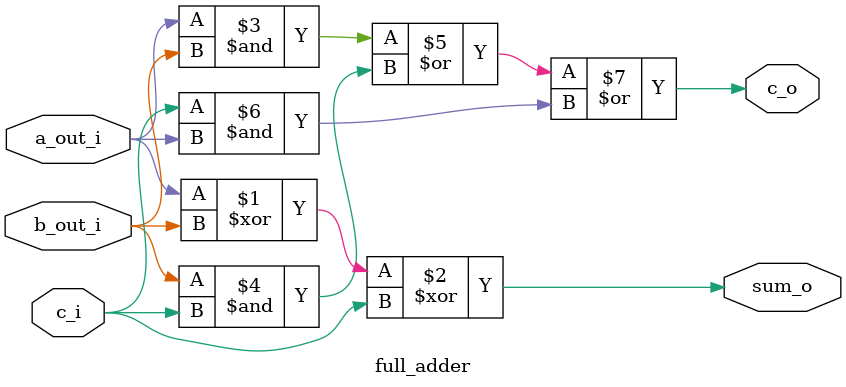
<source format=sv>



////////////////////////////////////////////////////////////////////////////////////////////////////////////////////
////////////////////////////////////////////////////////////////////////////////////////////////////////////////////
//    FILE Name     :  full_adder.sv                                                                               //
//                                                                                                                 //
//    Description   :  Full adder will perform adder operation for given input A+B+C and assign it to output       //
//                                                                                                                 //
//    Inputs        :  a_out_i,b_out_i, c_i, sum_out,cout                                                              //
//                                                                                                                 //
//    Outputs       :   sum_out, c_out                                                                             //
//                                                                                                                 //
//                                                                                                                 //
///////////////////////////////////////////////////////////////////////////////////////////////////////////////////
///////////////////////////////////////////////////////////////////////////////////////////////////////////////////



module full_adder (
    input  a_out_i,
    input  b_out_i,
    input  c_i,
    output sum_o,
    output c_o
);
  assign sum_o = a_out_i ^ b_out_i ^ c_i;
  assign c_o   = ((a_out_i & b_out_i) | (b_out_i & c_i) | (c_i & a_out_i));

endmodule

/*
* ///test bench

module full_adder_tb;
  reg  a_out_i;
  reg  b_out_i;
  reg  c_i;
  reg  cout;
  wire sum;
  full_adder FA (
      .a_out_i(a_out_i),
      .b_out_i(b_out_i),
      .c_i(c_i),
      .cout(cout),
      .sum(sum)
  );
  initial begin
    a_out_i = 0;
    b_out_i = 0;
    c_i = 0;
    // carry_in =D;
    #10;
    a_out_i = 0;
    b_out_i = 1;
    #10 a_out_i = 1;
    b_out_i = 0;
    c_i = 1;
    #10 a_out_i = 1;
    b_out_i = 1;
    c_i = 0;
    #10 a_out_i = 1;
    b_out_i = 1;
    c_i = 1;

    #500 $stop;

  end
endmodule*/

</source>
